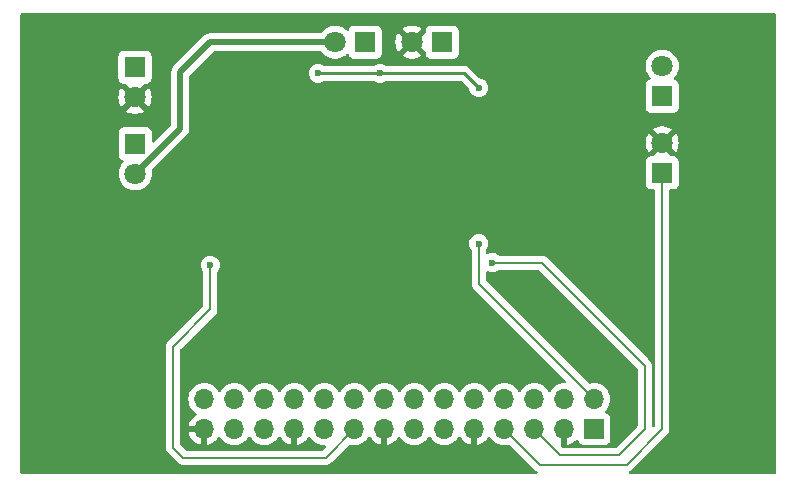
<source format=gbr>
%TF.GenerationSoftware,KiCad,Pcbnew,8.0.0*%
%TF.CreationDate,2024-03-23T10:43:55+02:00*%
%TF.ProjectId,Sensing systemV3,53656e73-696e-4672-9073-797374656d56,rev?*%
%TF.SameCoordinates,Original*%
%TF.FileFunction,Copper,L2,Bot*%
%TF.FilePolarity,Positive*%
%FSLAX46Y46*%
G04 Gerber Fmt 4.6, Leading zero omitted, Abs format (unit mm)*
G04 Created by KiCad (PCBNEW 8.0.0) date 2024-03-23 10:43:55*
%MOMM*%
%LPD*%
G01*
G04 APERTURE LIST*
%TA.AperFunction,ComponentPad*%
%ADD10R,1.800000X1.800000*%
%TD*%
%TA.AperFunction,ComponentPad*%
%ADD11C,1.800000*%
%TD*%
%TA.AperFunction,ComponentPad*%
%ADD12R,1.700000X1.700000*%
%TD*%
%TA.AperFunction,ComponentPad*%
%ADD13O,1.700000X1.700000*%
%TD*%
%TA.AperFunction,ViaPad*%
%ADD14C,0.600000*%
%TD*%
%TA.AperFunction,Conductor*%
%ADD15C,0.250000*%
%TD*%
%TA.AperFunction,Conductor*%
%ADD16C,0.200000*%
%TD*%
%TA.AperFunction,Conductor*%
%ADD17C,0.500000*%
%TD*%
G04 APERTURE END LIST*
D10*
%TO.P,D2,1,K*%
%TO.N,Net-(D2-K)*%
X80935000Y-71374000D03*
D11*
%TO.P,D2,2,A*%
%TO.N,BATT*%
X78395000Y-71374000D03*
%TD*%
D10*
%TO.P,D5,1,K*%
%TO.N,/PA3*%
X87440000Y-71378600D03*
D11*
%TO.P,D5,2,A*%
%TO.N,GND*%
X84900000Y-71378600D03*
%TD*%
D10*
%TO.P,D6,1,K*%
%TO.N,/PA4*%
X106070400Y-82438400D03*
D11*
%TO.P,D6,2,A*%
%TO.N,GND*%
X106070400Y-79898400D03*
%TD*%
D10*
%TO.P,D4,1,K*%
%TO.N,/PA7*%
X61441600Y-73507600D03*
D11*
%TO.P,D4,2,A*%
%TO.N,GND*%
X61441600Y-76047600D03*
%TD*%
D10*
%TO.P,D1,1,K*%
%TO.N,Net-(D1-K)*%
X61468000Y-79972000D03*
D11*
%TO.P,D1,2,A*%
%TO.N,BATT*%
X61468000Y-82512000D03*
%TD*%
D10*
%TO.P,D3,1,K*%
%TO.N,Net-(D3-K)*%
X106078400Y-75939800D03*
D11*
%TO.P,D3,2,A*%
%TO.N,BATT*%
X106078400Y-73399800D03*
%TD*%
D12*
%TO.P,J1,1,Pin_1*%
%TO.N,/RESV3*%
X100330000Y-104140000D03*
D13*
%TO.P,J1,2,Pin_2*%
%TO.N,3V3*%
X100330000Y-101600000D03*
%TO.P,J1,3,Pin_3*%
%TO.N,GND*%
X97790000Y-104140000D03*
%TO.P,J1,4,Pin_4*%
%TO.N,BATT*%
X97790000Y-101600000D03*
%TO.P,J1,5,Pin_5*%
%TO.N,/PA3*%
X95250000Y-104140000D03*
%TO.P,J1,6,Pin_6*%
%TO.N,/RESV2*%
X95250000Y-101600000D03*
%TO.P,J1,7,Pin_7*%
%TO.N,/PA4*%
X92710000Y-104140000D03*
%TO.P,J1,8,Pin_8*%
%TO.N,/PE15*%
X92710000Y-101600000D03*
%TO.P,J1,9,Pin_9*%
%TO.N,GND*%
X90170000Y-104140000D03*
%TO.P,J1,10,Pin_10*%
%TO.N,/PE14*%
X90170000Y-101600000D03*
%TO.P,J1,11,Pin_11*%
%TO.N,/PA5*%
X87630000Y-104140000D03*
%TO.P,J1,12,Pin_12*%
%TO.N,/PE13*%
X87630000Y-101600000D03*
%TO.P,J1,13,Pin_13*%
%TO.N,/PA6*%
X85090000Y-104140000D03*
%TO.P,J1,14,Pin_14*%
%TO.N,/PE12*%
X85090000Y-101600000D03*
%TO.P,J1,15,Pin_15*%
%TO.N,GND*%
X82550000Y-104140000D03*
%TO.P,J1,16,Pin_16*%
%TO.N,/PE11*%
X82550000Y-101600000D03*
%TO.P,J1,17,Pin_17*%
%TO.N,/PA7*%
X80010000Y-104140000D03*
%TO.P,J1,18,Pin_18*%
%TO.N,/PE10*%
X80010000Y-101600000D03*
%TO.P,J1,19,Pin_19*%
%TO.N,/PC4*%
X77470000Y-104140000D03*
%TO.P,J1,20,Pin_20*%
%TO.N,/PE9*%
X77470000Y-101600000D03*
%TO.P,J1,21,Pin_21*%
%TO.N,GND*%
X74930000Y-104140000D03*
%TO.P,J1,22,Pin_22*%
%TO.N,/PE8*%
X74930000Y-101600000D03*
%TO.P,J1,23,Pin_23*%
%TO.N,/PC5*%
X72390000Y-104140000D03*
%TO.P,J1,24,Pin_24*%
%TO.N,/RESV1*%
X72390000Y-101600000D03*
%TO.P,J1,25,Pin_25*%
%TO.N,/AB0*%
X69850000Y-104140000D03*
%TO.P,J1,26,Pin_26*%
%TO.N,BATT*%
X69850000Y-101600000D03*
%TO.P,J1,27,Pin_27*%
%TO.N,GND*%
X67310000Y-104140000D03*
%TO.P,J1,28,Pin_28*%
%TO.N,3V3*%
X67310000Y-101600000D03*
%TD*%
D14*
%TO.N,3V3*%
X82194400Y-74015600D03*
X90538400Y-75239200D03*
X90538400Y-88429200D03*
%TO.N,/PA7*%
X67818000Y-90271600D03*
%TO.N,/PA3*%
X91710000Y-90050000D03*
%TO.N,3V3*%
X76962000Y-74015600D03*
%TD*%
D15*
%TO.N,3V3*%
X82194400Y-74015600D02*
X89314800Y-74015600D01*
X76962000Y-74015600D02*
X82194400Y-74015600D01*
X89314800Y-74015600D02*
X90538400Y-75239200D01*
D16*
X90576400Y-88467200D02*
X90538400Y-88429200D01*
X90576400Y-91846400D02*
X90576400Y-88467200D01*
X100330000Y-101600000D02*
X90576400Y-91846400D01*
%TO.N,/PA3*%
X104597200Y-104132800D02*
X104597200Y-98755200D01*
X95892000Y-90050000D02*
X91710000Y-90050000D01*
X102380000Y-106350000D02*
X104597200Y-104132800D01*
X104597200Y-98755200D02*
X95892000Y-90050000D01*
X97460000Y-106350000D02*
X102380000Y-106350000D01*
X95250000Y-104140000D02*
X97460000Y-106350000D01*
%TO.N,/PA7*%
X77600000Y-106550000D02*
X80010000Y-104140000D01*
X65510000Y-106550000D02*
X77600000Y-106550000D01*
X64668400Y-97147600D02*
X64668400Y-105708400D01*
X67818000Y-93998000D02*
X64668400Y-97147600D01*
X67818000Y-90271600D02*
X67818000Y-93998000D01*
X64668400Y-105708400D02*
X65510000Y-106550000D01*
%TO.N,/PA4*%
X103073200Y-107137200D02*
X106070400Y-104140000D01*
X106070400Y-104140000D02*
X106070400Y-82438400D01*
X95707200Y-107137200D02*
X103073200Y-107137200D01*
X92710000Y-104140000D02*
X95707200Y-107137200D01*
D17*
%TO.N,BATT*%
X65278000Y-73914000D02*
X65278000Y-78702000D01*
X67818000Y-71374000D02*
X65278000Y-73914000D01*
X78395000Y-71374000D02*
X67818000Y-71374000D01*
X65278000Y-78702000D02*
X61468000Y-82512000D01*
%TO.N,Net-(D2-K)*%
X80826000Y-71374000D02*
X80935000Y-71374000D01*
D15*
%TO.N,GND*%
X106070400Y-79552800D02*
X106056800Y-79539200D01*
%TD*%
%TA.AperFunction,Conductor*%
%TO.N,GND*%
G36*
X115686339Y-68952785D02*
G01*
X115732094Y-69005589D01*
X115743300Y-69057100D01*
X115743300Y-107808100D01*
X115723615Y-107875139D01*
X115670811Y-107920894D01*
X115619300Y-107932100D01*
X103360169Y-107932100D01*
X103293130Y-107912415D01*
X103247375Y-107859611D01*
X103237431Y-107790453D01*
X103266456Y-107726897D01*
X103298165Y-107700715D01*
X103316953Y-107689866D01*
X103355104Y-107667839D01*
X103441916Y-107617720D01*
X103553720Y-107505916D01*
X103553720Y-107505914D01*
X103563928Y-107495707D01*
X103563930Y-107495704D01*
X106428906Y-104630728D01*
X106428911Y-104630724D01*
X106439114Y-104620520D01*
X106439116Y-104620520D01*
X106550920Y-104508716D01*
X106586548Y-104447007D01*
X106627882Y-104375414D01*
X106627885Y-104375409D01*
X106629975Y-104371788D01*
X106629977Y-104371785D01*
X106670901Y-104219057D01*
X106670901Y-104060943D01*
X106670901Y-104053348D01*
X106670900Y-104053330D01*
X106670900Y-83962899D01*
X106690585Y-83895860D01*
X106743389Y-83850105D01*
X106794900Y-83838899D01*
X107018271Y-83838899D01*
X107018272Y-83838899D01*
X107077883Y-83832491D01*
X107212731Y-83782196D01*
X107327946Y-83695946D01*
X107414196Y-83580731D01*
X107464491Y-83445883D01*
X107470900Y-83386273D01*
X107470899Y-81490528D01*
X107464491Y-81430917D01*
X107448332Y-81387593D01*
X107414197Y-81296071D01*
X107414193Y-81296064D01*
X107327947Y-81180855D01*
X107327944Y-81180852D01*
X107212735Y-81094606D01*
X107212728Y-81094602D01*
X107077882Y-81044308D01*
X107077883Y-81044308D01*
X107018283Y-81037901D01*
X107018281Y-81037900D01*
X107018273Y-81037900D01*
X107018265Y-81037900D01*
X106907708Y-81037900D01*
X106840669Y-81018215D01*
X106820027Y-81001581D01*
X106158985Y-80340537D01*
X106244094Y-80317733D01*
X106346706Y-80258490D01*
X106430490Y-80174706D01*
X106489733Y-80072094D01*
X106512538Y-79986985D01*
X107221586Y-80696033D01*
X107305882Y-80567011D01*
X107399082Y-80354535D01*
X107456038Y-80129618D01*
X107475198Y-79898405D01*
X107475198Y-79898394D01*
X107456038Y-79667181D01*
X107399082Y-79442264D01*
X107305884Y-79229793D01*
X107221586Y-79100765D01*
X106512537Y-79809814D01*
X106489733Y-79724706D01*
X106430490Y-79622094D01*
X106346706Y-79538310D01*
X106244094Y-79479067D01*
X106158984Y-79456261D01*
X106869197Y-78746047D01*
X106869197Y-78746045D01*
X106838760Y-78722355D01*
X106838754Y-78722351D01*
X106634702Y-78611923D01*
X106634693Y-78611920D01*
X106415260Y-78536588D01*
X106186407Y-78498400D01*
X105954393Y-78498400D01*
X105725539Y-78536588D01*
X105506106Y-78611920D01*
X105506097Y-78611923D01*
X105302050Y-78722349D01*
X105271600Y-78746047D01*
X105981815Y-79456261D01*
X105896706Y-79479067D01*
X105794094Y-79538310D01*
X105710310Y-79622094D01*
X105651067Y-79724706D01*
X105628261Y-79809815D01*
X104919211Y-79100765D01*
X104834916Y-79229790D01*
X104741717Y-79442264D01*
X104684761Y-79667181D01*
X104665602Y-79898394D01*
X104665602Y-79898405D01*
X104684761Y-80129618D01*
X104741717Y-80354535D01*
X104834915Y-80567006D01*
X104919212Y-80696033D01*
X105628261Y-79986984D01*
X105651067Y-80072094D01*
X105710310Y-80174706D01*
X105794094Y-80258490D01*
X105896706Y-80317733D01*
X105981814Y-80340538D01*
X105320771Y-81001581D01*
X105259448Y-81035066D01*
X105233091Y-81037900D01*
X105122530Y-81037900D01*
X105122523Y-81037901D01*
X105062916Y-81044308D01*
X104928071Y-81094602D01*
X104928064Y-81094606D01*
X104812855Y-81180852D01*
X104812852Y-81180855D01*
X104726606Y-81296064D01*
X104726602Y-81296071D01*
X104676308Y-81430917D01*
X104671237Y-81478087D01*
X104669901Y-81490523D01*
X104669900Y-81490535D01*
X104669900Y-83386270D01*
X104669901Y-83386276D01*
X104676308Y-83445883D01*
X104726602Y-83580728D01*
X104726606Y-83580735D01*
X104812852Y-83695944D01*
X104812855Y-83695947D01*
X104928064Y-83782193D01*
X104928071Y-83782197D01*
X104972949Y-83798935D01*
X105062917Y-83832491D01*
X105122527Y-83838900D01*
X105345900Y-83838899D01*
X105412939Y-83858583D01*
X105458694Y-83911387D01*
X105469900Y-83962899D01*
X105469900Y-103839903D01*
X105450215Y-103906942D01*
X105433581Y-103927584D01*
X105409381Y-103951784D01*
X105348058Y-103985269D01*
X105278366Y-103980285D01*
X105222433Y-103938413D01*
X105198016Y-103872949D01*
X105197700Y-103864103D01*
X105197700Y-98844259D01*
X105197701Y-98844246D01*
X105197701Y-98676145D01*
X105197701Y-98676143D01*
X105156777Y-98523415D01*
X105127839Y-98473295D01*
X105077720Y-98386484D01*
X104965916Y-98274680D01*
X104965915Y-98274679D01*
X104961585Y-98270349D01*
X104961574Y-98270339D01*
X96379590Y-89688355D01*
X96379588Y-89688352D01*
X96260717Y-89569481D01*
X96260709Y-89569475D01*
X96158936Y-89510717D01*
X96158934Y-89510716D01*
X96123790Y-89490425D01*
X96123789Y-89490424D01*
X96108137Y-89486230D01*
X95971057Y-89449499D01*
X95812943Y-89449499D01*
X95805347Y-89449499D01*
X95805331Y-89449500D01*
X92292412Y-89449500D01*
X92225373Y-89429815D01*
X92215097Y-89422445D01*
X92212263Y-89420185D01*
X92212262Y-89420184D01*
X92082015Y-89338344D01*
X92059523Y-89324211D01*
X91889254Y-89264631D01*
X91889249Y-89264630D01*
X91710004Y-89244435D01*
X91709996Y-89244435D01*
X91530750Y-89264630D01*
X91530745Y-89264631D01*
X91360473Y-89324212D01*
X91354702Y-89326992D01*
X91285761Y-89338344D01*
X91221626Y-89310622D01*
X91182660Y-89252627D01*
X91176900Y-89215272D01*
X91176900Y-88953365D01*
X91195907Y-88887393D01*
X91264187Y-88778726D01*
X91264188Y-88778723D01*
X91264189Y-88778722D01*
X91323768Y-88608455D01*
X91343965Y-88429200D01*
X91323768Y-88249945D01*
X91264189Y-88079678D01*
X91168216Y-87926938D01*
X91040662Y-87799384D01*
X90887923Y-87703411D01*
X90717654Y-87643831D01*
X90717649Y-87643830D01*
X90538404Y-87623635D01*
X90538396Y-87623635D01*
X90359150Y-87643830D01*
X90359145Y-87643831D01*
X90188876Y-87703411D01*
X90036137Y-87799384D01*
X89908584Y-87926937D01*
X89812611Y-88079676D01*
X89753031Y-88249945D01*
X89753030Y-88249950D01*
X89732835Y-88429196D01*
X89732835Y-88429203D01*
X89753030Y-88608449D01*
X89753031Y-88608454D01*
X89812611Y-88778723D01*
X89908584Y-88931462D01*
X89939581Y-88962459D01*
X89973066Y-89023782D01*
X89975900Y-89050140D01*
X89975900Y-91759730D01*
X89975899Y-91759748D01*
X89975899Y-91925454D01*
X89975898Y-91925454D01*
X90016823Y-92078185D01*
X90045758Y-92128300D01*
X90045759Y-92128304D01*
X90045760Y-92128304D01*
X90095879Y-92215114D01*
X90095881Y-92215117D01*
X90214749Y-92333985D01*
X90214755Y-92333990D01*
X97916333Y-100035568D01*
X97949818Y-100096891D01*
X97944834Y-100166583D01*
X97902962Y-100222516D01*
X97837498Y-100246933D01*
X97817844Y-100246777D01*
X97790001Y-100244341D01*
X97789999Y-100244341D01*
X97554596Y-100264936D01*
X97554586Y-100264938D01*
X97326344Y-100326094D01*
X97326335Y-100326098D01*
X97112171Y-100425964D01*
X97112169Y-100425965D01*
X96918597Y-100561505D01*
X96751505Y-100728597D01*
X96621575Y-100914158D01*
X96566998Y-100957783D01*
X96497500Y-100964977D01*
X96435145Y-100933454D01*
X96418425Y-100914158D01*
X96288494Y-100728597D01*
X96121402Y-100561506D01*
X96121395Y-100561501D01*
X95927834Y-100425967D01*
X95927830Y-100425965D01*
X95927828Y-100425964D01*
X95713663Y-100326097D01*
X95713659Y-100326096D01*
X95713655Y-100326094D01*
X95485413Y-100264938D01*
X95485403Y-100264936D01*
X95250001Y-100244341D01*
X95249999Y-100244341D01*
X95014596Y-100264936D01*
X95014586Y-100264938D01*
X94786344Y-100326094D01*
X94786335Y-100326098D01*
X94572171Y-100425964D01*
X94572169Y-100425965D01*
X94378597Y-100561505D01*
X94211505Y-100728597D01*
X94081575Y-100914158D01*
X94026998Y-100957783D01*
X93957500Y-100964977D01*
X93895145Y-100933454D01*
X93878425Y-100914158D01*
X93748494Y-100728597D01*
X93581402Y-100561506D01*
X93581395Y-100561501D01*
X93387834Y-100425967D01*
X93387830Y-100425965D01*
X93387828Y-100425964D01*
X93173663Y-100326097D01*
X93173659Y-100326096D01*
X93173655Y-100326094D01*
X92945413Y-100264938D01*
X92945403Y-100264936D01*
X92710001Y-100244341D01*
X92709999Y-100244341D01*
X92474596Y-100264936D01*
X92474586Y-100264938D01*
X92246344Y-100326094D01*
X92246335Y-100326098D01*
X92032171Y-100425964D01*
X92032169Y-100425965D01*
X91838597Y-100561505D01*
X91671505Y-100728597D01*
X91541575Y-100914158D01*
X91486998Y-100957783D01*
X91417500Y-100964977D01*
X91355145Y-100933454D01*
X91338425Y-100914158D01*
X91208494Y-100728597D01*
X91041402Y-100561506D01*
X91041395Y-100561501D01*
X90847834Y-100425967D01*
X90847830Y-100425965D01*
X90847828Y-100425964D01*
X90633663Y-100326097D01*
X90633659Y-100326096D01*
X90633655Y-100326094D01*
X90405413Y-100264938D01*
X90405403Y-100264936D01*
X90170001Y-100244341D01*
X90169999Y-100244341D01*
X89934596Y-100264936D01*
X89934586Y-100264938D01*
X89706344Y-100326094D01*
X89706335Y-100326098D01*
X89492171Y-100425964D01*
X89492169Y-100425965D01*
X89298597Y-100561505D01*
X89131505Y-100728597D01*
X89001575Y-100914158D01*
X88946998Y-100957783D01*
X88877500Y-100964977D01*
X88815145Y-100933454D01*
X88798425Y-100914158D01*
X88668494Y-100728597D01*
X88501402Y-100561506D01*
X88501395Y-100561501D01*
X88307834Y-100425967D01*
X88307830Y-100425965D01*
X88307828Y-100425964D01*
X88093663Y-100326097D01*
X88093659Y-100326096D01*
X88093655Y-100326094D01*
X87865413Y-100264938D01*
X87865403Y-100264936D01*
X87630001Y-100244341D01*
X87629999Y-100244341D01*
X87394596Y-100264936D01*
X87394586Y-100264938D01*
X87166344Y-100326094D01*
X87166335Y-100326098D01*
X86952171Y-100425964D01*
X86952169Y-100425965D01*
X86758597Y-100561505D01*
X86591505Y-100728597D01*
X86461575Y-100914158D01*
X86406998Y-100957783D01*
X86337500Y-100964977D01*
X86275145Y-100933454D01*
X86258425Y-100914158D01*
X86128494Y-100728597D01*
X85961402Y-100561506D01*
X85961395Y-100561501D01*
X85767834Y-100425967D01*
X85767830Y-100425965D01*
X85767828Y-100425964D01*
X85553663Y-100326097D01*
X85553659Y-100326096D01*
X85553655Y-100326094D01*
X85325413Y-100264938D01*
X85325403Y-100264936D01*
X85090001Y-100244341D01*
X85089999Y-100244341D01*
X84854596Y-100264936D01*
X84854586Y-100264938D01*
X84626344Y-100326094D01*
X84626335Y-100326098D01*
X84412171Y-100425964D01*
X84412169Y-100425965D01*
X84218597Y-100561505D01*
X84051505Y-100728597D01*
X83921575Y-100914158D01*
X83866998Y-100957783D01*
X83797500Y-100964977D01*
X83735145Y-100933454D01*
X83718425Y-100914158D01*
X83588494Y-100728597D01*
X83421402Y-100561506D01*
X83421395Y-100561501D01*
X83227834Y-100425967D01*
X83227830Y-100425965D01*
X83227828Y-100425964D01*
X83013663Y-100326097D01*
X83013659Y-100326096D01*
X83013655Y-100326094D01*
X82785413Y-100264938D01*
X82785403Y-100264936D01*
X82550001Y-100244341D01*
X82549999Y-100244341D01*
X82314596Y-100264936D01*
X82314586Y-100264938D01*
X82086344Y-100326094D01*
X82086335Y-100326098D01*
X81872171Y-100425964D01*
X81872169Y-100425965D01*
X81678597Y-100561505D01*
X81511505Y-100728597D01*
X81381575Y-100914158D01*
X81326998Y-100957783D01*
X81257500Y-100964977D01*
X81195145Y-100933454D01*
X81178425Y-100914158D01*
X81048494Y-100728597D01*
X80881402Y-100561506D01*
X80881395Y-100561501D01*
X80687834Y-100425967D01*
X80687830Y-100425965D01*
X80687828Y-100425964D01*
X80473663Y-100326097D01*
X80473659Y-100326096D01*
X80473655Y-100326094D01*
X80245413Y-100264938D01*
X80245403Y-100264936D01*
X80010001Y-100244341D01*
X80009999Y-100244341D01*
X79774596Y-100264936D01*
X79774586Y-100264938D01*
X79546344Y-100326094D01*
X79546335Y-100326098D01*
X79332171Y-100425964D01*
X79332169Y-100425965D01*
X79138597Y-100561505D01*
X78971505Y-100728597D01*
X78841575Y-100914158D01*
X78786998Y-100957783D01*
X78717500Y-100964977D01*
X78655145Y-100933454D01*
X78638425Y-100914158D01*
X78508494Y-100728597D01*
X78341402Y-100561506D01*
X78341395Y-100561501D01*
X78147834Y-100425967D01*
X78147830Y-100425965D01*
X78147828Y-100425964D01*
X77933663Y-100326097D01*
X77933659Y-100326096D01*
X77933655Y-100326094D01*
X77705413Y-100264938D01*
X77705403Y-100264936D01*
X77470001Y-100244341D01*
X77469999Y-100244341D01*
X77234596Y-100264936D01*
X77234586Y-100264938D01*
X77006344Y-100326094D01*
X77006335Y-100326098D01*
X76792171Y-100425964D01*
X76792169Y-100425965D01*
X76598597Y-100561505D01*
X76431505Y-100728597D01*
X76301575Y-100914158D01*
X76246998Y-100957783D01*
X76177500Y-100964977D01*
X76115145Y-100933454D01*
X76098425Y-100914158D01*
X75968494Y-100728597D01*
X75801402Y-100561506D01*
X75801395Y-100561501D01*
X75607834Y-100425967D01*
X75607830Y-100425965D01*
X75607828Y-100425964D01*
X75393663Y-100326097D01*
X75393659Y-100326096D01*
X75393655Y-100326094D01*
X75165413Y-100264938D01*
X75165403Y-100264936D01*
X74930001Y-100244341D01*
X74929999Y-100244341D01*
X74694596Y-100264936D01*
X74694586Y-100264938D01*
X74466344Y-100326094D01*
X74466335Y-100326098D01*
X74252171Y-100425964D01*
X74252169Y-100425965D01*
X74058597Y-100561505D01*
X73891505Y-100728597D01*
X73761575Y-100914158D01*
X73706998Y-100957783D01*
X73637500Y-100964977D01*
X73575145Y-100933454D01*
X73558425Y-100914158D01*
X73428494Y-100728597D01*
X73261402Y-100561506D01*
X73261395Y-100561501D01*
X73067834Y-100425967D01*
X73067830Y-100425965D01*
X73067828Y-100425964D01*
X72853663Y-100326097D01*
X72853659Y-100326096D01*
X72853655Y-100326094D01*
X72625413Y-100264938D01*
X72625403Y-100264936D01*
X72390001Y-100244341D01*
X72389999Y-100244341D01*
X72154596Y-100264936D01*
X72154586Y-100264938D01*
X71926344Y-100326094D01*
X71926335Y-100326098D01*
X71712171Y-100425964D01*
X71712169Y-100425965D01*
X71518597Y-100561505D01*
X71351505Y-100728597D01*
X71221575Y-100914158D01*
X71166998Y-100957783D01*
X71097500Y-100964977D01*
X71035145Y-100933454D01*
X71018425Y-100914158D01*
X70888494Y-100728597D01*
X70721402Y-100561506D01*
X70721395Y-100561501D01*
X70527834Y-100425967D01*
X70527830Y-100425965D01*
X70527828Y-100425964D01*
X70313663Y-100326097D01*
X70313659Y-100326096D01*
X70313655Y-100326094D01*
X70085413Y-100264938D01*
X70085403Y-100264936D01*
X69850001Y-100244341D01*
X69849999Y-100244341D01*
X69614596Y-100264936D01*
X69614586Y-100264938D01*
X69386344Y-100326094D01*
X69386335Y-100326098D01*
X69172171Y-100425964D01*
X69172169Y-100425965D01*
X68978597Y-100561505D01*
X68811505Y-100728597D01*
X68681575Y-100914158D01*
X68626998Y-100957783D01*
X68557500Y-100964977D01*
X68495145Y-100933454D01*
X68478425Y-100914158D01*
X68348494Y-100728597D01*
X68181402Y-100561506D01*
X68181395Y-100561501D01*
X67987834Y-100425967D01*
X67987830Y-100425965D01*
X67987828Y-100425964D01*
X67773663Y-100326097D01*
X67773659Y-100326096D01*
X67773655Y-100326094D01*
X67545413Y-100264938D01*
X67545403Y-100264936D01*
X67310001Y-100244341D01*
X67309999Y-100244341D01*
X67074596Y-100264936D01*
X67074586Y-100264938D01*
X66846344Y-100326094D01*
X66846335Y-100326098D01*
X66632171Y-100425964D01*
X66632169Y-100425965D01*
X66438597Y-100561505D01*
X66271505Y-100728597D01*
X66135965Y-100922169D01*
X66135964Y-100922171D01*
X66036098Y-101136335D01*
X66036094Y-101136344D01*
X65974938Y-101364586D01*
X65974936Y-101364596D01*
X65954341Y-101599999D01*
X65954341Y-101600000D01*
X65974936Y-101835403D01*
X65974938Y-101835413D01*
X66036094Y-102063655D01*
X66036096Y-102063659D01*
X66036097Y-102063663D01*
X66040000Y-102072032D01*
X66135965Y-102277830D01*
X66135967Y-102277834D01*
X66244281Y-102432521D01*
X66271505Y-102471401D01*
X66438599Y-102638495D01*
X66605439Y-102755318D01*
X66624594Y-102768730D01*
X66668219Y-102823307D01*
X66675413Y-102892805D01*
X66643890Y-102955160D01*
X66624595Y-102971880D01*
X66438922Y-103101890D01*
X66438920Y-103101891D01*
X66271891Y-103268920D01*
X66271886Y-103268926D01*
X66136400Y-103462420D01*
X66136399Y-103462422D01*
X66036570Y-103676507D01*
X66036567Y-103676513D01*
X65979364Y-103889999D01*
X65979364Y-103890000D01*
X66876988Y-103890000D01*
X66844075Y-103947007D01*
X66810000Y-104074174D01*
X66810000Y-104205826D01*
X66844075Y-104332993D01*
X66876988Y-104390000D01*
X65979364Y-104390000D01*
X66036567Y-104603486D01*
X66036570Y-104603492D01*
X66136399Y-104817578D01*
X66271894Y-105011082D01*
X66438917Y-105178105D01*
X66632421Y-105313600D01*
X66846507Y-105413429D01*
X66846516Y-105413433D01*
X67060000Y-105470634D01*
X67060000Y-104573012D01*
X67117007Y-104605925D01*
X67244174Y-104640000D01*
X67375826Y-104640000D01*
X67502993Y-104605925D01*
X67560000Y-104573012D01*
X67560000Y-105470633D01*
X67773483Y-105413433D01*
X67773492Y-105413429D01*
X67987578Y-105313600D01*
X68181082Y-105178105D01*
X68348105Y-105011082D01*
X68478119Y-104825405D01*
X68532696Y-104781781D01*
X68602195Y-104774588D01*
X68664549Y-104806110D01*
X68681269Y-104825405D01*
X68811505Y-105011401D01*
X68978599Y-105178495D01*
X69075384Y-105246265D01*
X69172165Y-105314032D01*
X69172167Y-105314033D01*
X69172170Y-105314035D01*
X69386337Y-105413903D01*
X69614592Y-105475063D01*
X69791034Y-105490500D01*
X69849999Y-105495659D01*
X69850000Y-105495659D01*
X69850001Y-105495659D01*
X69908966Y-105490500D01*
X70085408Y-105475063D01*
X70313663Y-105413903D01*
X70527830Y-105314035D01*
X70721401Y-105178495D01*
X70888495Y-105011401D01*
X71018425Y-104825842D01*
X71073002Y-104782217D01*
X71142500Y-104775023D01*
X71204855Y-104806546D01*
X71221575Y-104825842D01*
X71351281Y-105011082D01*
X71351505Y-105011401D01*
X71518599Y-105178495D01*
X71615384Y-105246265D01*
X71712165Y-105314032D01*
X71712167Y-105314033D01*
X71712170Y-105314035D01*
X71926337Y-105413903D01*
X72154592Y-105475063D01*
X72331034Y-105490500D01*
X72389999Y-105495659D01*
X72390000Y-105495659D01*
X72390001Y-105495659D01*
X72448966Y-105490500D01*
X72625408Y-105475063D01*
X72853663Y-105413903D01*
X73067830Y-105314035D01*
X73261401Y-105178495D01*
X73428495Y-105011401D01*
X73558730Y-104825405D01*
X73613307Y-104781781D01*
X73682805Y-104774587D01*
X73745160Y-104806110D01*
X73761879Y-104825405D01*
X73891890Y-105011078D01*
X74058917Y-105178105D01*
X74252421Y-105313600D01*
X74466507Y-105413429D01*
X74466516Y-105413433D01*
X74680000Y-105470634D01*
X74680000Y-104573012D01*
X74737007Y-104605925D01*
X74864174Y-104640000D01*
X74995826Y-104640000D01*
X75122993Y-104605925D01*
X75180000Y-104573012D01*
X75180000Y-105470633D01*
X75393483Y-105413433D01*
X75393492Y-105413429D01*
X75607578Y-105313600D01*
X75801082Y-105178105D01*
X75968105Y-105011082D01*
X76098119Y-104825405D01*
X76152696Y-104781781D01*
X76222195Y-104774588D01*
X76284549Y-104806110D01*
X76301269Y-104825405D01*
X76431505Y-105011401D01*
X76598599Y-105178495D01*
X76695384Y-105246265D01*
X76792165Y-105314032D01*
X76792167Y-105314033D01*
X76792170Y-105314035D01*
X77006337Y-105413903D01*
X77234592Y-105475063D01*
X77470000Y-105495659D01*
X77497843Y-105493222D01*
X77566340Y-105506987D01*
X77616525Y-105555600D01*
X77632460Y-105623628D01*
X77609087Y-105689473D01*
X77596333Y-105704431D01*
X77527421Y-105773343D01*
X77387582Y-105913182D01*
X77326262Y-105946666D01*
X77299903Y-105949500D01*
X65810097Y-105949500D01*
X65743058Y-105929815D01*
X65722416Y-105913181D01*
X65305219Y-105495984D01*
X65271734Y-105434661D01*
X65268900Y-105408303D01*
X65268900Y-97447696D01*
X65288585Y-97380657D01*
X65305214Y-97360020D01*
X68186713Y-94478521D01*
X68186716Y-94478520D01*
X68298520Y-94366716D01*
X68348639Y-94279904D01*
X68377577Y-94229785D01*
X68418501Y-94077057D01*
X68418501Y-93918943D01*
X68418501Y-93911348D01*
X68418500Y-93911330D01*
X68418500Y-90854012D01*
X68438185Y-90786973D01*
X68445555Y-90776697D01*
X68447810Y-90773867D01*
X68447816Y-90773862D01*
X68543789Y-90621122D01*
X68603368Y-90450855D01*
X68623565Y-90271600D01*
X68603368Y-90092345D01*
X68543789Y-89922078D01*
X68447816Y-89769338D01*
X68320262Y-89641784D01*
X68205193Y-89569481D01*
X68167523Y-89545811D01*
X67997254Y-89486231D01*
X67997249Y-89486230D01*
X67818004Y-89466035D01*
X67817996Y-89466035D01*
X67638750Y-89486230D01*
X67638745Y-89486231D01*
X67468476Y-89545811D01*
X67315737Y-89641784D01*
X67188184Y-89769337D01*
X67092211Y-89922076D01*
X67032631Y-90092345D01*
X67032630Y-90092350D01*
X67012435Y-90271596D01*
X67012435Y-90271603D01*
X67032630Y-90450849D01*
X67032631Y-90450854D01*
X67092211Y-90621123D01*
X67129091Y-90679816D01*
X67187649Y-90773011D01*
X67188185Y-90773863D01*
X67190445Y-90776697D01*
X67191334Y-90778875D01*
X67191889Y-90779758D01*
X67191734Y-90779855D01*
X67216855Y-90841383D01*
X67217500Y-90854012D01*
X67217500Y-93697902D01*
X67197815Y-93764941D01*
X67181181Y-93785583D01*
X64187881Y-96778882D01*
X64187879Y-96778885D01*
X64137761Y-96865694D01*
X64137759Y-96865696D01*
X64108825Y-96915809D01*
X64108824Y-96915810D01*
X64108823Y-96915815D01*
X64067899Y-97068543D01*
X64067899Y-97068545D01*
X64067899Y-97236646D01*
X64067900Y-97236659D01*
X64067900Y-105621730D01*
X64067899Y-105621748D01*
X64067899Y-105787454D01*
X64067898Y-105787454D01*
X64108822Y-105940183D01*
X64132551Y-105981282D01*
X64132553Y-105981285D01*
X64187879Y-106077114D01*
X64187881Y-106077117D01*
X64306749Y-106195985D01*
X64306755Y-106195990D01*
X65025139Y-106914374D01*
X65025149Y-106914385D01*
X65029479Y-106918715D01*
X65029480Y-106918716D01*
X65141284Y-107030520D01*
X65228095Y-107080639D01*
X65228097Y-107080641D01*
X65266151Y-107102611D01*
X65278215Y-107109577D01*
X65430943Y-107150500D01*
X65589057Y-107150500D01*
X77513331Y-107150500D01*
X77513347Y-107150501D01*
X77520943Y-107150501D01*
X77679054Y-107150501D01*
X77679057Y-107150501D01*
X77831785Y-107109577D01*
X77881904Y-107080639D01*
X77968716Y-107030520D01*
X78080520Y-106918716D01*
X78080520Y-106918714D01*
X78090728Y-106908507D01*
X78090730Y-106908504D01*
X79526470Y-105472763D01*
X79587791Y-105439280D01*
X79646238Y-105440670D01*
X79774592Y-105475063D01*
X79951034Y-105490500D01*
X80009999Y-105495659D01*
X80010000Y-105495659D01*
X80010001Y-105495659D01*
X80068966Y-105490500D01*
X80245408Y-105475063D01*
X80473663Y-105413903D01*
X80687830Y-105314035D01*
X80881401Y-105178495D01*
X81048495Y-105011401D01*
X81178730Y-104825405D01*
X81233307Y-104781781D01*
X81302805Y-104774587D01*
X81365160Y-104806110D01*
X81381879Y-104825405D01*
X81511890Y-105011078D01*
X81678917Y-105178105D01*
X81872421Y-105313600D01*
X82086507Y-105413429D01*
X82086516Y-105413433D01*
X82300000Y-105470634D01*
X82300000Y-104573012D01*
X82357007Y-104605925D01*
X82484174Y-104640000D01*
X82615826Y-104640000D01*
X82742993Y-104605925D01*
X82800000Y-104573012D01*
X82800000Y-105470633D01*
X83013483Y-105413433D01*
X83013492Y-105413429D01*
X83227578Y-105313600D01*
X83421082Y-105178105D01*
X83588105Y-105011082D01*
X83718119Y-104825405D01*
X83772696Y-104781781D01*
X83842195Y-104774588D01*
X83904549Y-104806110D01*
X83921269Y-104825405D01*
X84051505Y-105011401D01*
X84218599Y-105178495D01*
X84315384Y-105246265D01*
X84412165Y-105314032D01*
X84412167Y-105314033D01*
X84412170Y-105314035D01*
X84626337Y-105413903D01*
X84854592Y-105475063D01*
X85031034Y-105490500D01*
X85089999Y-105495659D01*
X85090000Y-105495659D01*
X85090001Y-105495659D01*
X85148966Y-105490500D01*
X85325408Y-105475063D01*
X85553663Y-105413903D01*
X85767830Y-105314035D01*
X85961401Y-105178495D01*
X86128495Y-105011401D01*
X86258425Y-104825842D01*
X86313002Y-104782217D01*
X86382500Y-104775023D01*
X86444855Y-104806546D01*
X86461575Y-104825842D01*
X86591281Y-105011082D01*
X86591505Y-105011401D01*
X86758599Y-105178495D01*
X86855384Y-105246265D01*
X86952165Y-105314032D01*
X86952167Y-105314033D01*
X86952170Y-105314035D01*
X87166337Y-105413903D01*
X87394592Y-105475063D01*
X87571034Y-105490500D01*
X87629999Y-105495659D01*
X87630000Y-105495659D01*
X87630001Y-105495659D01*
X87688966Y-105490500D01*
X87865408Y-105475063D01*
X88093663Y-105413903D01*
X88307830Y-105314035D01*
X88501401Y-105178495D01*
X88668495Y-105011401D01*
X88798730Y-104825405D01*
X88853307Y-104781781D01*
X88922805Y-104774587D01*
X88985160Y-104806110D01*
X89001879Y-104825405D01*
X89131890Y-105011078D01*
X89298917Y-105178105D01*
X89492421Y-105313600D01*
X89706507Y-105413429D01*
X89706516Y-105413433D01*
X89920000Y-105470634D01*
X89920000Y-104573012D01*
X89977007Y-104605925D01*
X90104174Y-104640000D01*
X90235826Y-104640000D01*
X90362993Y-104605925D01*
X90420000Y-104573012D01*
X90420000Y-105470633D01*
X90633483Y-105413433D01*
X90633492Y-105413429D01*
X90847578Y-105313600D01*
X91041082Y-105178105D01*
X91208105Y-105011082D01*
X91338119Y-104825405D01*
X91392696Y-104781781D01*
X91462195Y-104774588D01*
X91524549Y-104806110D01*
X91541269Y-104825405D01*
X91671505Y-105011401D01*
X91838599Y-105178495D01*
X91935384Y-105246265D01*
X92032165Y-105314032D01*
X92032167Y-105314033D01*
X92032170Y-105314035D01*
X92246337Y-105413903D01*
X92474592Y-105475063D01*
X92651034Y-105490500D01*
X92709999Y-105495659D01*
X92710000Y-105495659D01*
X92710001Y-105495659D01*
X92768966Y-105490500D01*
X92945408Y-105475063D01*
X93073757Y-105440672D01*
X93143606Y-105442335D01*
X93193531Y-105472766D01*
X95222339Y-107501574D01*
X95222349Y-107501585D01*
X95226679Y-107505915D01*
X95226680Y-107505916D01*
X95338484Y-107617720D01*
X95425295Y-107667839D01*
X95425297Y-107667841D01*
X95482233Y-107700714D01*
X95530448Y-107751281D01*
X95543670Y-107819889D01*
X95517702Y-107884753D01*
X95460787Y-107925281D01*
X95420232Y-107932100D01*
X51868300Y-107932100D01*
X51801261Y-107912415D01*
X51755506Y-107859611D01*
X51744300Y-107808100D01*
X51744300Y-82512006D01*
X60062700Y-82512006D01*
X60081864Y-82743297D01*
X60081866Y-82743308D01*
X60138842Y-82968300D01*
X60232075Y-83180848D01*
X60359016Y-83375147D01*
X60359019Y-83375151D01*
X60359021Y-83375153D01*
X60516216Y-83545913D01*
X60516219Y-83545915D01*
X60516222Y-83545918D01*
X60699365Y-83688464D01*
X60699371Y-83688468D01*
X60699374Y-83688470D01*
X60903497Y-83798936D01*
X61017487Y-83838068D01*
X61123015Y-83874297D01*
X61123017Y-83874297D01*
X61123019Y-83874298D01*
X61351951Y-83912500D01*
X61351952Y-83912500D01*
X61584048Y-83912500D01*
X61584049Y-83912500D01*
X61812981Y-83874298D01*
X62032503Y-83798936D01*
X62236626Y-83688470D01*
X62419784Y-83545913D01*
X62576979Y-83375153D01*
X62703924Y-83180849D01*
X62797157Y-82968300D01*
X62854134Y-82743305D01*
X62873300Y-82512000D01*
X62873300Y-82511993D01*
X62854135Y-82280708D01*
X62854134Y-82280695D01*
X62852546Y-82274424D01*
X62855166Y-82204607D01*
X62885066Y-82156300D01*
X65860952Y-79180415D01*
X65894853Y-79129678D01*
X65943084Y-79057495D01*
X65981597Y-78964517D01*
X65999659Y-78920912D01*
X66028500Y-78775917D01*
X66028500Y-78628082D01*
X66028500Y-74276229D01*
X66048185Y-74209190D01*
X66064819Y-74188548D01*
X66237764Y-74015603D01*
X76156435Y-74015603D01*
X76176630Y-74194849D01*
X76176631Y-74194854D01*
X76236211Y-74365123D01*
X76295036Y-74458741D01*
X76332184Y-74517862D01*
X76459738Y-74645416D01*
X76518362Y-74682252D01*
X76605392Y-74736937D01*
X76612478Y-74741389D01*
X76772731Y-74797464D01*
X76782745Y-74800968D01*
X76782750Y-74800969D01*
X76961996Y-74821165D01*
X76962000Y-74821165D01*
X76962004Y-74821165D01*
X77141249Y-74800969D01*
X77141252Y-74800968D01*
X77141255Y-74800968D01*
X77311522Y-74741389D01*
X77440883Y-74660105D01*
X77506855Y-74641100D01*
X81649545Y-74641100D01*
X81715517Y-74660106D01*
X81837792Y-74736937D01*
X81844878Y-74741389D01*
X82005131Y-74797464D01*
X82015145Y-74800968D01*
X82015150Y-74800969D01*
X82194396Y-74821165D01*
X82194400Y-74821165D01*
X82194404Y-74821165D01*
X82373649Y-74800969D01*
X82373652Y-74800968D01*
X82373655Y-74800968D01*
X82543922Y-74741389D01*
X82673283Y-74660105D01*
X82739255Y-74641100D01*
X89004348Y-74641100D01*
X89071387Y-74660785D01*
X89092029Y-74677419D01*
X89712187Y-75297578D01*
X89745672Y-75358901D01*
X89747726Y-75371374D01*
X89753030Y-75418449D01*
X89812610Y-75588721D01*
X89908584Y-75741462D01*
X90036138Y-75869016D01*
X90188878Y-75964989D01*
X90359145Y-76024568D01*
X90359150Y-76024569D01*
X90538396Y-76044765D01*
X90538400Y-76044765D01*
X90538404Y-76044765D01*
X90717649Y-76024569D01*
X90717652Y-76024568D01*
X90717655Y-76024568D01*
X90887922Y-75964989D01*
X91040662Y-75869016D01*
X91168216Y-75741462D01*
X91264189Y-75588722D01*
X91323768Y-75418455D01*
X91323769Y-75418449D01*
X91343965Y-75239203D01*
X91343965Y-75239196D01*
X91323769Y-75059950D01*
X91323768Y-75059945D01*
X91279109Y-74932317D01*
X91264189Y-74889678D01*
X91240135Y-74851397D01*
X91185939Y-74765144D01*
X91168216Y-74736938D01*
X91040662Y-74609384D01*
X91019365Y-74596002D01*
X90887921Y-74513410D01*
X90722353Y-74455476D01*
X90717655Y-74453832D01*
X90717654Y-74453831D01*
X90717649Y-74453830D01*
X90670574Y-74448526D01*
X90606160Y-74421459D01*
X90596778Y-74412987D01*
X89807728Y-73623938D01*
X89807725Y-73623934D01*
X89807725Y-73623935D01*
X89800658Y-73616868D01*
X89800658Y-73616867D01*
X89713533Y-73529742D01*
X89659167Y-73493416D01*
X89659168Y-73493416D01*
X89659166Y-73493414D01*
X89611090Y-73461290D01*
X89611086Y-73461288D01*
X89530592Y-73427947D01*
X89497252Y-73414137D01*
X89497250Y-73414136D01*
X89497246Y-73414135D01*
X89425210Y-73399806D01*
X104673100Y-73399806D01*
X104692264Y-73631097D01*
X104692266Y-73631108D01*
X104749242Y-73856100D01*
X104842475Y-74068648D01*
X104969416Y-74262947D01*
X104969419Y-74262951D01*
X104969421Y-74262953D01*
X105064203Y-74365914D01*
X105095124Y-74428567D01*
X105087264Y-74497993D01*
X105043116Y-74552148D01*
X105016306Y-74566077D01*
X104936069Y-74596003D01*
X104936064Y-74596006D01*
X104820855Y-74682252D01*
X104820852Y-74682255D01*
X104734606Y-74797464D01*
X104734602Y-74797471D01*
X104684308Y-74932317D01*
X104677901Y-74991916D01*
X104677901Y-74991923D01*
X104677900Y-74991935D01*
X104677900Y-76887670D01*
X104677901Y-76887676D01*
X104684308Y-76947283D01*
X104734602Y-77082128D01*
X104734606Y-77082135D01*
X104820852Y-77197344D01*
X104820855Y-77197347D01*
X104936064Y-77283593D01*
X104936071Y-77283597D01*
X105070917Y-77333891D01*
X105070916Y-77333891D01*
X105077844Y-77334635D01*
X105130527Y-77340300D01*
X107026272Y-77340299D01*
X107085883Y-77333891D01*
X107220731Y-77283596D01*
X107335946Y-77197346D01*
X107422196Y-77082131D01*
X107472491Y-76947283D01*
X107478900Y-76887673D01*
X107478899Y-74991928D01*
X107472491Y-74932317D01*
X107464515Y-74910933D01*
X107422197Y-74797471D01*
X107422193Y-74797464D01*
X107335947Y-74682255D01*
X107335944Y-74682252D01*
X107220735Y-74596006D01*
X107220728Y-74596002D01*
X107140494Y-74566077D01*
X107084560Y-74524206D01*
X107060143Y-74458741D01*
X107074995Y-74390468D01*
X107092590Y-74365921D01*
X107187379Y-74262953D01*
X107314324Y-74068649D01*
X107407557Y-73856100D01*
X107464534Y-73631105D01*
X107465128Y-73623935D01*
X107483700Y-73399806D01*
X107483700Y-73399793D01*
X107464535Y-73168502D01*
X107464533Y-73168491D01*
X107407557Y-72943499D01*
X107314324Y-72730951D01*
X107187383Y-72536652D01*
X107187380Y-72536649D01*
X107187379Y-72536647D01*
X107030184Y-72365887D01*
X107030179Y-72365883D01*
X107030177Y-72365881D01*
X106847034Y-72223335D01*
X106847028Y-72223331D01*
X106642904Y-72112864D01*
X106642895Y-72112861D01*
X106423384Y-72037502D01*
X106251682Y-72008850D01*
X106194449Y-71999300D01*
X105962351Y-71999300D01*
X105916564Y-72006940D01*
X105733415Y-72037502D01*
X105513904Y-72112861D01*
X105513895Y-72112864D01*
X105309771Y-72223331D01*
X105309765Y-72223335D01*
X105126622Y-72365881D01*
X105126619Y-72365884D01*
X105126616Y-72365886D01*
X105126616Y-72365887D01*
X105091099Y-72404469D01*
X104969416Y-72536652D01*
X104842475Y-72730951D01*
X104749242Y-72943499D01*
X104692266Y-73168491D01*
X104692264Y-73168502D01*
X104673100Y-73399793D01*
X104673100Y-73399806D01*
X89425210Y-73399806D01*
X89425180Y-73399800D01*
X89425173Y-73399800D01*
X89376407Y-73390100D01*
X89376406Y-73390100D01*
X82739255Y-73390100D01*
X82673283Y-73371094D01*
X82543923Y-73289811D01*
X82373654Y-73230231D01*
X82373649Y-73230230D01*
X82194404Y-73210035D01*
X82194396Y-73210035D01*
X82015150Y-73230230D01*
X82015145Y-73230231D01*
X81844876Y-73289811D01*
X81715517Y-73371094D01*
X81649545Y-73390100D01*
X77506855Y-73390100D01*
X77440883Y-73371094D01*
X77311523Y-73289811D01*
X77141254Y-73230231D01*
X77141249Y-73230230D01*
X76962004Y-73210035D01*
X76961996Y-73210035D01*
X76782750Y-73230230D01*
X76782745Y-73230231D01*
X76612476Y-73289811D01*
X76459737Y-73385784D01*
X76332184Y-73513337D01*
X76236211Y-73666076D01*
X76176631Y-73836345D01*
X76176630Y-73836350D01*
X76156435Y-74015596D01*
X76156435Y-74015603D01*
X66237764Y-74015603D01*
X68092548Y-72160819D01*
X68153871Y-72127334D01*
X68180229Y-72124500D01*
X77145315Y-72124500D01*
X77212354Y-72144185D01*
X77249123Y-72180678D01*
X77286015Y-72237145D01*
X77286017Y-72237147D01*
X77286021Y-72237153D01*
X77443216Y-72407913D01*
X77443219Y-72407915D01*
X77443222Y-72407918D01*
X77626365Y-72550464D01*
X77626371Y-72550468D01*
X77626374Y-72550470D01*
X77830497Y-72660936D01*
X77944487Y-72700068D01*
X78050015Y-72736297D01*
X78050017Y-72736297D01*
X78050019Y-72736298D01*
X78278951Y-72774500D01*
X78278952Y-72774500D01*
X78511048Y-72774500D01*
X78511049Y-72774500D01*
X78739981Y-72736298D01*
X78959503Y-72660936D01*
X79163626Y-72550470D01*
X79181380Y-72536652D01*
X79306212Y-72439491D01*
X79346784Y-72407913D01*
X79355130Y-72398846D01*
X79415010Y-72362854D01*
X79484849Y-72364949D01*
X79542468Y-72404469D01*
X79562544Y-72439491D01*
X79591203Y-72516330D01*
X79591206Y-72516335D01*
X79677452Y-72631544D01*
X79677455Y-72631547D01*
X79792664Y-72717793D01*
X79792671Y-72717797D01*
X79927517Y-72768091D01*
X79927516Y-72768091D01*
X79934444Y-72768835D01*
X79987127Y-72774500D01*
X81882872Y-72774499D01*
X81942483Y-72768091D01*
X82077331Y-72717796D01*
X82192546Y-72631546D01*
X82278796Y-72516331D01*
X82329091Y-72381483D01*
X82335500Y-72321873D01*
X82335500Y-71378605D01*
X83495202Y-71378605D01*
X83514361Y-71609818D01*
X83571317Y-71834735D01*
X83664515Y-72047206D01*
X83748812Y-72176233D01*
X84457861Y-71467184D01*
X84480667Y-71552294D01*
X84539910Y-71654906D01*
X84623694Y-71738690D01*
X84726306Y-71797933D01*
X84811414Y-71820738D01*
X84101201Y-72530951D01*
X84131649Y-72554650D01*
X84335697Y-72665076D01*
X84335706Y-72665079D01*
X84555139Y-72740411D01*
X84783993Y-72778600D01*
X85016007Y-72778600D01*
X85244860Y-72740411D01*
X85464293Y-72665079D01*
X85464301Y-72665076D01*
X85668355Y-72554647D01*
X85698797Y-72530951D01*
X85698798Y-72530950D01*
X84988585Y-71820737D01*
X85073694Y-71797933D01*
X85176306Y-71738690D01*
X85260090Y-71654906D01*
X85319333Y-71552294D01*
X85342138Y-71467184D01*
X86003181Y-72128227D01*
X86036666Y-72189550D01*
X86039500Y-72215907D01*
X86039500Y-72326469D01*
X86039501Y-72326476D01*
X86045908Y-72386083D01*
X86096202Y-72520928D01*
X86096206Y-72520935D01*
X86182452Y-72636144D01*
X86182455Y-72636147D01*
X86297664Y-72722393D01*
X86297671Y-72722397D01*
X86432517Y-72772691D01*
X86432516Y-72772691D01*
X86439444Y-72773435D01*
X86492127Y-72779100D01*
X88387872Y-72779099D01*
X88447483Y-72772691D01*
X88582331Y-72722396D01*
X88697546Y-72636146D01*
X88783796Y-72520931D01*
X88834091Y-72386083D01*
X88840500Y-72326473D01*
X88840499Y-70430728D01*
X88834091Y-70371117D01*
X88832375Y-70366517D01*
X88783797Y-70236271D01*
X88783793Y-70236264D01*
X88697547Y-70121055D01*
X88697544Y-70121052D01*
X88582335Y-70034806D01*
X88582328Y-70034802D01*
X88447482Y-69984508D01*
X88447483Y-69984508D01*
X88387883Y-69978101D01*
X88387881Y-69978100D01*
X88387873Y-69978100D01*
X88387864Y-69978100D01*
X86492129Y-69978100D01*
X86492123Y-69978101D01*
X86432516Y-69984508D01*
X86297671Y-70034802D01*
X86297664Y-70034806D01*
X86182455Y-70121052D01*
X86182452Y-70121055D01*
X86096206Y-70236264D01*
X86096202Y-70236271D01*
X86045908Y-70371117D01*
X86039994Y-70426128D01*
X86039501Y-70430723D01*
X86039500Y-70430735D01*
X86039500Y-70541291D01*
X86019815Y-70608330D01*
X86003181Y-70628972D01*
X85342138Y-71290014D01*
X85319333Y-71204906D01*
X85260090Y-71102294D01*
X85176306Y-71018510D01*
X85073694Y-70959267D01*
X84988584Y-70936461D01*
X85698797Y-70226247D01*
X85698797Y-70226245D01*
X85668360Y-70202555D01*
X85668354Y-70202551D01*
X85464302Y-70092123D01*
X85464293Y-70092120D01*
X85244860Y-70016788D01*
X85016007Y-69978600D01*
X84783993Y-69978600D01*
X84555139Y-70016788D01*
X84335706Y-70092120D01*
X84335697Y-70092123D01*
X84131650Y-70202549D01*
X84101200Y-70226247D01*
X84811415Y-70936461D01*
X84726306Y-70959267D01*
X84623694Y-71018510D01*
X84539910Y-71102294D01*
X84480667Y-71204906D01*
X84457861Y-71290015D01*
X83748811Y-70580965D01*
X83664516Y-70709990D01*
X83571317Y-70922464D01*
X83514361Y-71147381D01*
X83495202Y-71378594D01*
X83495202Y-71378605D01*
X82335500Y-71378605D01*
X82335499Y-70426128D01*
X82329896Y-70374006D01*
X82329091Y-70366516D01*
X82278797Y-70231671D01*
X82278793Y-70231664D01*
X82192547Y-70116455D01*
X82192544Y-70116452D01*
X82077335Y-70030206D01*
X82077328Y-70030202D01*
X81942482Y-69979908D01*
X81942483Y-69979908D01*
X81882883Y-69973501D01*
X81882881Y-69973500D01*
X81882873Y-69973500D01*
X81882864Y-69973500D01*
X79987129Y-69973500D01*
X79987123Y-69973501D01*
X79927516Y-69979908D01*
X79792671Y-70030202D01*
X79792664Y-70030206D01*
X79677455Y-70116452D01*
X79677452Y-70116455D01*
X79591206Y-70231664D01*
X79591203Y-70231670D01*
X79562544Y-70308508D01*
X79520672Y-70364441D01*
X79455208Y-70388858D01*
X79386935Y-70374006D01*
X79355135Y-70349158D01*
X79346784Y-70340087D01*
X79346778Y-70340082D01*
X79346777Y-70340081D01*
X79163634Y-70197535D01*
X79163628Y-70197531D01*
X78959504Y-70087064D01*
X78959495Y-70087061D01*
X78739984Y-70011702D01*
X78549450Y-69979908D01*
X78511049Y-69973500D01*
X78278951Y-69973500D01*
X78240550Y-69979908D01*
X78050015Y-70011702D01*
X77830504Y-70087061D01*
X77830495Y-70087064D01*
X77626371Y-70197531D01*
X77626365Y-70197535D01*
X77443222Y-70340081D01*
X77443219Y-70340084D01*
X77443216Y-70340086D01*
X77443216Y-70340087D01*
X77359776Y-70430728D01*
X77286015Y-70510854D01*
X77249123Y-70567322D01*
X77195977Y-70612678D01*
X77145315Y-70623500D01*
X67744080Y-70623500D01*
X67599092Y-70652340D01*
X67599082Y-70652343D01*
X67462511Y-70708912D01*
X67462498Y-70708919D01*
X67339584Y-70791048D01*
X67339580Y-70791051D01*
X64695047Y-73435584D01*
X64681410Y-73455994D01*
X64667832Y-73476317D01*
X64640279Y-73517552D01*
X64612914Y-73558507D01*
X64556343Y-73695082D01*
X64556340Y-73695092D01*
X64527500Y-73840079D01*
X64527500Y-78339769D01*
X64507815Y-78406808D01*
X64491181Y-78427450D01*
X63080180Y-79838451D01*
X63018857Y-79871936D01*
X62949165Y-79866952D01*
X62893232Y-79825080D01*
X62868815Y-79759616D01*
X62868499Y-79750770D01*
X62868499Y-79024129D01*
X62868498Y-79024123D01*
X62868497Y-79024116D01*
X62862091Y-78964517D01*
X62845827Y-78920912D01*
X62811797Y-78829671D01*
X62811793Y-78829664D01*
X62725547Y-78714455D01*
X62725544Y-78714452D01*
X62610335Y-78628206D01*
X62610328Y-78628202D01*
X62475482Y-78577908D01*
X62475483Y-78577908D01*
X62415883Y-78571501D01*
X62415881Y-78571500D01*
X62415873Y-78571500D01*
X62415864Y-78571500D01*
X60520129Y-78571500D01*
X60520123Y-78571501D01*
X60460516Y-78577908D01*
X60325671Y-78628202D01*
X60325664Y-78628206D01*
X60210455Y-78714452D01*
X60210452Y-78714455D01*
X60124206Y-78829664D01*
X60124202Y-78829671D01*
X60073908Y-78964517D01*
X60067501Y-79024116D01*
X60067501Y-79024123D01*
X60067500Y-79024135D01*
X60067500Y-80919870D01*
X60067501Y-80919876D01*
X60073908Y-80979483D01*
X60124202Y-81114328D01*
X60124206Y-81114335D01*
X60210452Y-81229544D01*
X60210455Y-81229547D01*
X60325664Y-81315793D01*
X60325673Y-81315798D01*
X60405904Y-81345722D01*
X60461838Y-81387593D01*
X60486256Y-81453057D01*
X60471405Y-81521330D01*
X60453802Y-81545886D01*
X60359019Y-81648849D01*
X60232075Y-81843151D01*
X60138842Y-82055699D01*
X60081866Y-82280691D01*
X60081864Y-82280702D01*
X60062700Y-82511993D01*
X60062700Y-82512006D01*
X51744300Y-82512006D01*
X51744300Y-76047605D01*
X60036802Y-76047605D01*
X60055961Y-76278818D01*
X60112917Y-76503735D01*
X60206115Y-76716206D01*
X60290412Y-76845233D01*
X60999461Y-76136184D01*
X61022267Y-76221294D01*
X61081510Y-76323906D01*
X61165294Y-76407690D01*
X61267906Y-76466933D01*
X61353014Y-76489738D01*
X60642801Y-77199951D01*
X60673249Y-77223650D01*
X60877297Y-77334076D01*
X60877306Y-77334079D01*
X61096739Y-77409411D01*
X61325593Y-77447600D01*
X61557607Y-77447600D01*
X61786460Y-77409411D01*
X62005893Y-77334079D01*
X62005901Y-77334076D01*
X62209955Y-77223647D01*
X62240397Y-77199951D01*
X62240398Y-77199950D01*
X61530185Y-76489737D01*
X61615294Y-76466933D01*
X61717906Y-76407690D01*
X61801690Y-76323906D01*
X61860933Y-76221294D01*
X61883738Y-76136185D01*
X62592786Y-76845233D01*
X62677082Y-76716211D01*
X62770282Y-76503735D01*
X62827238Y-76278818D01*
X62846398Y-76047605D01*
X62846398Y-76047594D01*
X62827238Y-75816381D01*
X62770282Y-75591464D01*
X62677084Y-75378993D01*
X62592786Y-75249965D01*
X61883737Y-75959014D01*
X61860933Y-75873906D01*
X61801690Y-75771294D01*
X61717906Y-75687510D01*
X61615294Y-75628267D01*
X61530184Y-75605461D01*
X62191227Y-74944418D01*
X62252550Y-74910933D01*
X62278907Y-74908099D01*
X62389472Y-74908099D01*
X62449083Y-74901691D01*
X62583931Y-74851396D01*
X62699146Y-74765146D01*
X62785396Y-74649931D01*
X62835691Y-74515083D01*
X62842100Y-74455473D01*
X62842099Y-72559728D01*
X62835691Y-72500117D01*
X62791443Y-72381483D01*
X62785397Y-72365271D01*
X62785393Y-72365264D01*
X62699147Y-72250055D01*
X62699144Y-72250052D01*
X62583935Y-72163806D01*
X62583928Y-72163802D01*
X62449082Y-72113508D01*
X62449083Y-72113508D01*
X62389483Y-72107101D01*
X62389481Y-72107100D01*
X62389473Y-72107100D01*
X62389464Y-72107100D01*
X60493729Y-72107100D01*
X60493723Y-72107101D01*
X60434116Y-72113508D01*
X60299271Y-72163802D01*
X60299264Y-72163806D01*
X60184055Y-72250052D01*
X60184052Y-72250055D01*
X60097806Y-72365264D01*
X60097802Y-72365271D01*
X60047508Y-72500117D01*
X60042096Y-72550464D01*
X60041101Y-72559723D01*
X60041100Y-72559735D01*
X60041100Y-74455470D01*
X60041101Y-74455476D01*
X60047508Y-74515083D01*
X60097802Y-74649928D01*
X60097806Y-74649935D01*
X60184052Y-74765144D01*
X60184055Y-74765147D01*
X60299264Y-74851393D01*
X60299271Y-74851397D01*
X60344218Y-74868161D01*
X60434117Y-74901691D01*
X60493727Y-74908100D01*
X60604293Y-74908099D01*
X60671330Y-74927783D01*
X60691972Y-74944418D01*
X61353015Y-75605461D01*
X61267906Y-75628267D01*
X61165294Y-75687510D01*
X61081510Y-75771294D01*
X61022267Y-75873906D01*
X60999461Y-75959015D01*
X60290411Y-75249965D01*
X60206116Y-75378990D01*
X60112917Y-75591464D01*
X60055961Y-75816381D01*
X60036802Y-76047594D01*
X60036802Y-76047605D01*
X51744300Y-76047605D01*
X51744300Y-69057100D01*
X51763985Y-68990061D01*
X51816789Y-68944306D01*
X51868300Y-68933100D01*
X115619300Y-68933100D01*
X115686339Y-68952785D01*
G37*
%TD.AperFunction*%
%TA.AperFunction,Conductor*%
G36*
X95658942Y-90670185D02*
G01*
X95679584Y-90686819D01*
X103960381Y-98967616D01*
X103993866Y-99028939D01*
X103996700Y-99055297D01*
X103996700Y-103832703D01*
X103977015Y-103899742D01*
X103960381Y-103920384D01*
X102167584Y-105713181D01*
X102106261Y-105746666D01*
X102079903Y-105749500D01*
X97760097Y-105749500D01*
X97693058Y-105729815D01*
X97672416Y-105713181D01*
X97576319Y-105617084D01*
X97542834Y-105555761D01*
X97540000Y-105529403D01*
X97540000Y-104573012D01*
X97597007Y-104605925D01*
X97724174Y-104640000D01*
X97855826Y-104640000D01*
X97982993Y-104605925D01*
X98040000Y-104573012D01*
X98040000Y-105470633D01*
X98253483Y-105413433D01*
X98253492Y-105413429D01*
X98467578Y-105313600D01*
X98661078Y-105178108D01*
X98783133Y-105056053D01*
X98844456Y-105022568D01*
X98914148Y-105027552D01*
X98970082Y-105069423D01*
X98986997Y-105100401D01*
X99036202Y-105232328D01*
X99036206Y-105232335D01*
X99122452Y-105347544D01*
X99122455Y-105347547D01*
X99237664Y-105433793D01*
X99237671Y-105433797D01*
X99372517Y-105484091D01*
X99372516Y-105484091D01*
X99379444Y-105484835D01*
X99432127Y-105490500D01*
X101227872Y-105490499D01*
X101287483Y-105484091D01*
X101422331Y-105433796D01*
X101537546Y-105347546D01*
X101623796Y-105232331D01*
X101674091Y-105097483D01*
X101680500Y-105037873D01*
X101680499Y-103242128D01*
X101674091Y-103182517D01*
X101673002Y-103179598D01*
X101623797Y-103047671D01*
X101623793Y-103047664D01*
X101537547Y-102932455D01*
X101537544Y-102932452D01*
X101422335Y-102846206D01*
X101422328Y-102846202D01*
X101290917Y-102797189D01*
X101234983Y-102755318D01*
X101210566Y-102689853D01*
X101225418Y-102621580D01*
X101246563Y-102593332D01*
X101368495Y-102471401D01*
X101504035Y-102277830D01*
X101603903Y-102063663D01*
X101665063Y-101835408D01*
X101685659Y-101600000D01*
X101665063Y-101364592D01*
X101603903Y-101136337D01*
X101504035Y-100922171D01*
X101498425Y-100914158D01*
X101368494Y-100728597D01*
X101201402Y-100561506D01*
X101201395Y-100561501D01*
X101007834Y-100425967D01*
X101007830Y-100425965D01*
X101007828Y-100425964D01*
X100793663Y-100326097D01*
X100793659Y-100326096D01*
X100793655Y-100326094D01*
X100565413Y-100264938D01*
X100565403Y-100264936D01*
X100330001Y-100244341D01*
X100329999Y-100244341D01*
X100094596Y-100264936D01*
X100094583Y-100264939D01*
X99966241Y-100299327D01*
X99896392Y-100297664D01*
X99846468Y-100267233D01*
X91213219Y-91633984D01*
X91179734Y-91572661D01*
X91176900Y-91546303D01*
X91176900Y-90884727D01*
X91196585Y-90817688D01*
X91249389Y-90771933D01*
X91318547Y-90761989D01*
X91354709Y-90773011D01*
X91360472Y-90775787D01*
X91530745Y-90835368D01*
X91530750Y-90835369D01*
X91709996Y-90855565D01*
X91710000Y-90855565D01*
X91710004Y-90855565D01*
X91889249Y-90835369D01*
X91889252Y-90835368D01*
X91889255Y-90835368D01*
X92059522Y-90775789D01*
X92212262Y-90679816D01*
X92212267Y-90679810D01*
X92215097Y-90677555D01*
X92217275Y-90676665D01*
X92218158Y-90676111D01*
X92218255Y-90676265D01*
X92279783Y-90651145D01*
X92292412Y-90650500D01*
X95591903Y-90650500D01*
X95658942Y-90670185D01*
G37*
%TD.AperFunction*%
%TD*%
M02*

</source>
